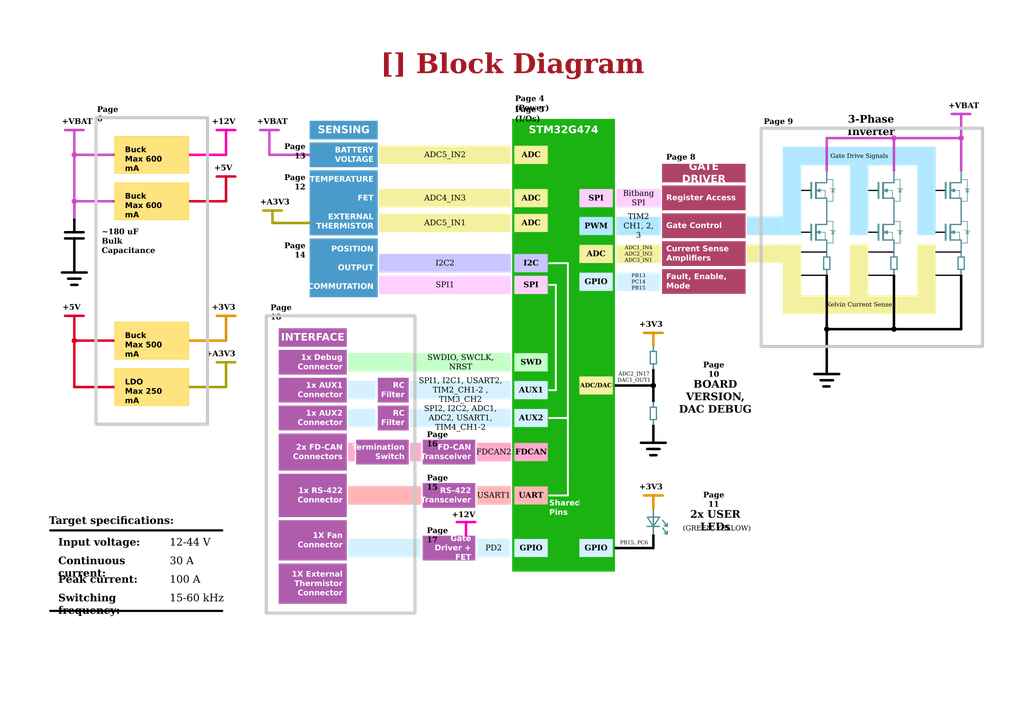
<source format=kicad_sch>
(kicad_sch (version 20230121) (generator eeschema)
  (paper "A3")
  (title_block (title "Block Diagram") (date "2023-12-20") (rev "${REVISION}") (company "${COMPANY}"))
  (lib_symbols)
  (polyline (pts (xy 363.855 77.597) (xy 362.585 78.105)) (stroke (width 0.508) (color 74 138 145 1)))
  (polyline (pts (xy 191.135 214.122) (xy 191.135 219.202)) (stroke (width 1.016) (color 255 0 171 1)))
  (polyline (pts (xy 365.379 110.49) (xy 367.919 110.49)) (stroke (width 0.508) (color 74 138 145 1)))
  (polyline (pts (xy 389.763 98.425) (xy 389.763 92.075)) (stroke (width 0.762) (color 74 138 145 1)))
  (polyline (pts (xy 338.455 95.25) (xy 338.455 98.425)) (stroke (width 0.254) (color 74 138 145 1)))
  (polyline (pts (xy 392.938 105.41) (xy 392.938 110.49)) (stroke (width 0.508) (color 74 138 145 1)))
  (polyline (pts (xy 267.97 224.79) (xy 267.97 219.71)) (stroke (width 1.016) (color 0 0 0 1)))
  (polyline (pts (xy 334.01 153.416) (xy 339.09 153.416)) (stroke (width 1.016) (color 0 0 0 1)))
  (polyline (pts (xy 273.685 219.075) (xy 273.685 217.805)) (stroke (width 0.508) (color 74 138 145 1)))
  (polyline (pts (xy 394.208 90.805) (xy 396.748 90.805)) (stroke (width 0.254) (color 74 138 145 1)))
  (polyline (pts (xy 266.7 149.225) (xy 269.24 149.225)) (stroke (width 0.508) (color 74 138 145 1)))
  (polyline (pts (xy 363.855 77.597) (xy 363.855 78.613)) (stroke (width 0.508) (color 74 138 145 1)))
  (polyline (pts (xy 395.478 105.41) (xy 395.478 110.49)) (stroke (width 0.508) (color 74 138 145 1)))
  (polyline (pts (xy 92.71 72.39) (xy 88.9 72.39)) (stroke (width 1.016) (color 212 0 32 1)))
  (polyline (pts (xy 267.97 164.338) (xy 267.97 158.115)) (stroke (width 1.016) (color 0 0 0 1)))
  (polyline (pts (xy 110.49 53.34) (xy 114.3 53.34)) (stroke (width 1.016) (color 198 71 194 1)))
  (polyline (pts (xy 340.995 94.615) (xy 342.265 94.615)) (stroke (width 0.254) (color 74 138 145 1)))
  (polyline (pts (xy 77.978 63.5) (xy 92.71 63.5)) (stroke (width 1.016) (color 255 0 171 1)))
  (polyline (pts (xy 340.614 77.216) (xy 340.995 77.47)) (stroke (width 0.254) (color 74 138 145 1)))
  (polyline (pts (xy 30.48 139.7) (xy 46.482 139.7)) (stroke (width 1.016) (color 212 0 32 1)))
  (polyline (pts (xy 366.649 98.425) (xy 362.204 98.425)) (stroke (width 0.508) (color 74 138 145 1)))
  (polyline (pts (xy 126.492 91.44) (xy 111.76 91.44)) (stroke (width 1.016) (color 162 155 0 1)))
  (polyline (pts (xy 30.48 111.76) (xy 35.56 111.76)) (stroke (width 1.016) (color 0 0 0 1)))
  (polyline (pts (xy 271.78 216.535) (xy 273.685 219.075)) (stroke (width 0.508) (color 74 138 145 1)))
  (polyline (pts (xy 336.296 94.742) (xy 335.026 95.25)) (stroke (width 0.508) (color 74 138 145 1)))
  (polyline (pts (xy 394.208 113.284) (xy 394.208 135.001)) (stroke (width 1.016) (color 0 0 0 1)))
  (polyline (pts (xy 126.492 63.5) (xy 110.49 63.5)) (stroke (width 1.016) (color 198 71 194 1)))
  (polyline (pts (xy 30.48 158.75) (xy 46.482 158.75)) (stroke (width 1.016) (color 212 0 32 1)))
  (polyline (pts (xy 339.09 155.956) (xy 336.55 155.956)) (stroke (width 1.016) (color 0 0 0 1)))
  (polyline (pts (xy 266.7 172.085) (xy 269.24 172.085)) (stroke (width 0.508) (color 74 138 145 1)))
  (polyline (pts (xy 397.256 78.74) (xy 396.748 77.47)) (stroke (width 0.254) (color 74 138 145 1)))
  (polyline (pts (xy 366.649 102.87) (xy 366.649 105.41)) (stroke (width 0.508) (color 74 138 145 1)))
  (polyline (pts (xy 341.63 155.956) (xy 339.09 155.956)) (stroke (width 1.016) (color 0 0 0 1)))
  (polyline (pts (xy 92.71 53.34) (xy 88.9 53.34)) (stroke (width 1.016) (color 255 0 171 1)))
  (polyline (pts (xy 396.113 77.47) (xy 397.383 77.47)) (stroke (width 0.254) (color 74 138 145 1)))
  (polyline (pts (xy 266.7 144.145) (xy 269.24 144.145)) (stroke (width 0.508) (color 74 138 145 1)))
  (polyline (pts (xy 30.48 97.79) (xy 26.67 97.79)) (stroke (width 1.016) (color 0 0 0 1)))
  (polyline (pts (xy 271.78 203.2) (xy 267.97 203.2)) (stroke (width 1.016) (color 220 142 0 1)))
  (polyline (pts (xy 336.296 77.597) (xy 336.296 78.613)) (stroke (width 0.508) (color 74 138 145 1)))
  (polyline (pts (xy 366.014 95.25) (xy 366.014 98.425)) (stroke (width 0.254) (color 74 138 145 1)))
  (polyline (pts (xy 30.48 53.34) (xy 30.48 63.5)) (stroke (width 1.016) (color 198 71 194 1)))
  (polyline (pts (xy 106.68 53.34) (xy 110.49 53.34)) (stroke (width 1.016) (color 198 71 194 1)))
  (polyline (pts (xy 334.645 98.425) (xy 334.645 92.075)) (stroke (width 0.762) (color 74 138 145 1)))
  (polyline (pts (xy 267.97 184.15) (xy 265.43 184.15)) (stroke (width 1.016) (color 0 0 0 1)))
  (polyline (pts (xy 390.144 95.25) (xy 391.414 95.758)) (stroke (width 0.508) (color 74 138 145 1)))
  (polyline (pts (xy 366.649 87.63) (xy 366.649 92.075)) (stroke (width 0.508) (color 74 138 145 1)))
  (polyline (pts (xy 341.63 90.805) (xy 341.63 99.695)) (stroke (width 0.254) (color 74 138 145 1)))
  (polyline (pts (xy 252.73 224.79) (xy 267.97 224.79)) (stroke (width 1.016) (color 0 0 0 1)))
  (polyline (pts (xy 369.697 78.74) (xy 369.189 77.47)) (stroke (width 0.254) (color 74 138 145 1)))
  (polyline (pts (xy 396.748 73.66) (xy 396.748 82.55)) (stroke (width 0.254) (color 74 138 145 1)))
  (polyline (pts (xy 338.455 78.105) (xy 334.645 78.105)) (stroke (width 0.254) (color 74 138 145 1)))
  (polyline (pts (xy 92.71 148.59) (xy 92.71 158.75)) (stroke (width 1.016) (color 162 155 0 1)))
  (polyline (pts (xy 269.24 144.145) (xy 269.24 149.225)) (stroke (width 0.508) (color 74 138 145 1)))
  (polyline (pts (xy 366.649 56.642) (xy 394.208 56.642)) (stroke (width 1.016) (color 198 71 194 1)))
  (polyline (pts (xy 395.732 94.361) (xy 396.113 94.615)) (stroke (width 0.254) (color 74 138 145 1)))
  (polyline (pts (xy 340.233 158.496) (xy 338.963 158.496)) (stroke (width 1.016) (color 0 0 0 1)))
  (polyline (pts (xy 96.52 148.59) (xy 92.71 148.59)) (stroke (width 1.016) (color 162 155 0 1)))
  (polyline (pts (xy 266.7 167.005) (xy 266.7 172.085)) (stroke (width 0.508) (color 74 138 145 1)))
  (polyline (pts (xy 393.573 78.105) (xy 389.763 78.105)) (stroke (width 0.254) (color 74 138 145 1)))
  (polyline (pts (xy 339.09 73.66) (xy 341.63 73.66)) (stroke (width 0.254) (color 74 138 145 1)))
  (polyline (pts (xy 342.138 95.885) (xy 341.122 95.885)) (stroke (width 0.254) (color 74 138 145 1)))
  (polyline (pts (xy 270.51 184.15) (xy 267.97 184.15)) (stroke (width 1.016) (color 0 0 0 1)))
  (polyline (pts (xy 368.554 94.615) (xy 369.824 94.615)) (stroke (width 0.254) (color 74 138 145 1)))
  (polyline (pts (xy 365.379 105.41) (xy 367.919 105.41)) (stroke (width 0.508) (color 74 138 145 1)))
  (polyline (pts (xy 339.09 81.28) (xy 339.09 85.725)) (stroke (width 0.508) (color 74 138 145 1)))
  (polyline (pts (xy 92.71 72.39) (xy 92.71 82.55)) (stroke (width 1.016) (color 212 0 32 1)))
  (polyline (pts (xy 262.89 181.61) (xy 267.97 181.61)) (stroke (width 1.016) (color 0 0 0 1)))
  (polyline (pts (xy 267.97 136.525) (xy 264.16 136.525)) (stroke (width 1.016) (color 220 142 0 1)))
  (polyline (pts (xy 363.855 94.742) (xy 362.585 95.25)) (stroke (width 0.508) (color 74 138 145 1)))
  (polyline (pts (xy 369.189 94.615) (xy 368.681 95.885)) (stroke (width 0.254) (color 74 138 145 1)))
  (polyline (pts (xy 111.76 86.36) (xy 115.57 86.36)) (stroke (width 1.016) (color 162 155 0 1)))
  (polyline (pts (xy 266.7 167.005) (xy 269.24 167.005)) (stroke (width 0.508) (color 74 138 145 1)))
  (polyline (pts (xy 368.173 94.361) (xy 368.554 94.615)) (stroke (width 0.254) (color 74 138 145 1)))
  (polyline (pts (xy 394.208 102.87) (xy 394.208 105.41)) (stroke (width 0.508) (color 74 138 145 1)))
  (polyline (pts (xy 397.256 95.885) (xy 396.24 95.885)) (stroke (width 0.254) (color 74 138 145 1)))
  (polyline (pts (xy 365.379 105.41) (xy 365.379 110.49)) (stroke (width 0.508) (color 74 138 145 1)))
  (polyline (pts (xy 396.113 94.615) (xy 397.383 94.615)) (stroke (width 0.254) (color 74 138 145 1)))
  (polyline (pts (xy 366.649 113.284) (xy 366.649 134.874)) (stroke (width 1.016) (color 0 0 0 1)))
  (polyline (pts (xy 31.75 116.84) (xy 30.48 116.84)) (stroke (width 1.016) (color 0 0 0 1)))
  (polyline (pts (xy 393.573 95.25) (xy 389.763 95.25)) (stroke (width 0.254) (color 74 138 145 1)))
  (polyline (pts (xy 336.296 77.597) (xy 335.026 78.105)) (stroke (width 0.508) (color 74 138 145 1)))
  (polyline (pts (xy 366.649 81.28) (xy 366.649 85.725)) (stroke (width 0.508) (color 74 138 145 1)))
  (polyline (pts (xy 265.43 215.9) (xy 270.51 215.9)) (stroke (width 0.508) (color 74 138 145 1)))
  (polyline (pts (xy 366.649 81.28) (xy 362.204 81.28)) (stroke (width 0.508) (color 74 138 145 1)))
  (polyline (pts (xy 370.205 77.724) (xy 369.824 77.47)) (stroke (width 0.254) (color 74 138 145 1)))
  (polyline (pts (xy 366.649 82.55) (xy 369.189 82.55)) (stroke (width 0.254) (color 74 138 145 1)))
  (polyline (pts (xy 396.748 90.805) (xy 396.748 99.695)) (stroke (width 0.254) (color 74 138 145 1)))
  (polyline (pts (xy 339.09 102.87) (xy 339.09 105.41)) (stroke (width 0.508) (color 74 138 145 1)))
  (polyline (pts (xy 267.97 180.975) (xy 267.97 174.752)) (stroke (width 1.016) (color 0 0 0 1)))
  (polyline (pts (xy 273.685 219.075) (xy 272.415 218.694)) (stroke (width 0.508) (color 74 138 145 1)))
  (polyline (pts (xy 396.748 77.47) (xy 396.24 78.74)) (stroke (width 0.254) (color 74 138 145 1)))
  (polyline (pts (xy 30.48 72.39) (xy 30.48 82.55)) (stroke (width 1.016) (color 198 71 194 1)))
  (polyline (pts (xy 342.138 95.885) (xy 341.63 94.615)) (stroke (width 0.254) (color 74 138 145 1)))
  (polyline (pts (xy 96.52 53.34) (xy 92.71 53.34)) (stroke (width 1.016) (color 255 0 171 1)))
  (polyline (pts (xy 392.938 110.49) (xy 395.478 110.49)) (stroke (width 0.508) (color 74 138 145 1)))
  (polyline (pts (xy 25.4 111.76) (xy 30.48 111.76)) (stroke (width 1.016) (color 0 0 0 1)))
  (polyline (pts (xy 34.29 129.54) (xy 30.48 129.54)) (stroke (width 1.016) (color 212 0 32 1)))
  (polyline (pts (xy 271.78 136.525) (xy 267.97 136.525)) (stroke (width 1.016) (color 220 142 0 1)))
  (polyline (pts (xy 30.48 63.5) (xy 30.48 72.39)) (stroke (width 1.016) (color 198 71 194 1)))
  (polyline (pts (xy 334.645 81.28) (xy 334.645 74.93)) (stroke (width 0.762) (color 74 138 145 1)))
  (polyline (pts (xy 92.71 129.54) (xy 88.9 129.54)) (stroke (width 1.016) (color 220 142 0 1)))
  (polyline (pts (xy 194.945 214.122) (xy 191.135 214.122)) (stroke (width 1.016) (color 255 0 171 1)))
  (polyline (pts (xy 46.482 82.55) (xy 30.48 82.55)) (stroke (width 1.016) (color 198 71 194 1)))
  (polyline (pts (xy 389.763 81.28) (xy 389.763 74.93)) (stroke (width 0.762) (color 74 138 145 1)))
  (polyline (pts (xy 366.014 78.105) (xy 366.014 81.28)) (stroke (width 0.254) (color 74 138 145 1)))
  (polyline (pts (xy 366.649 90.805) (xy 369.189 90.805)) (stroke (width 0.254) (color 74 138 145 1)))
  (polyline (pts (xy 397.764 94.869) (xy 397.383 94.615)) (stroke (width 0.254) (color 74 138 145 1)))
  (polyline (pts (xy 267.97 203.2) (xy 264.16 203.2)) (stroke (width 1.016) (color 220 142 0 1)))
  (polyline (pts (xy 394.208 98.425) (xy 389.763 98.425)) (stroke (width 0.508) (color 74 138 145 1)))
  (polyline (pts (xy 267.97 141.478) (xy 267.97 136.525)) (stroke (width 1.016) (color 220 142 0 1)))
  (polyline (pts (xy 394.208 82.55) (xy 396.748 82.55)) (stroke (width 0.254) (color 74 138 145 1)))
  (polyline (pts (xy 395.732 77.216) (xy 396.113 77.47)) (stroke (width 0.254) (color 74 138 145 1)))
  (polyline (pts (xy 394.208 98.425) (xy 394.208 102.87)) (stroke (width 0.508) (color 74 138 145 1)))
  (polyline (pts (xy 340.36 105.41) (xy 340.36 110.49)) (stroke (width 0.508) (color 74 138 145 1)))
  (polyline (pts (xy 339.09 98.425) (xy 339.09 102.87)) (stroke (width 0.508) (color 74 138 145 1)))
  (polyline (pts (xy 391.414 94.742) (xy 391.414 95.758)) (stroke (width 0.508) (color 74 138 145 1)))
  (polyline (pts (xy 232.918 194.31) (xy 232.918 203.2)) (stroke (width 0.762) (color 255 255 255 1)))
  (polyline (pts (xy 394.208 99.695) (xy 396.748 99.695)) (stroke (width 0.254) (color 74 138 145 1)))
  (polyline (pts (xy 332.74 81.28) (xy 332.74 74.93)) (stroke (width 0.762) (color 74 138 145 1)))
  (polyline (pts (xy 368.173 77.216) (xy 368.554 77.47)) (stroke (width 0.254) (color 74 138 145 1)))
  (polyline (pts (xy 232.918 171.45) (xy 232.918 116.84)) (stroke (width 0.762) (color 255 255 255 1)))
  (polyline (pts (xy 341.63 77.47) (xy 341.122 78.74)) (stroke (width 0.254) (color 74 138 145 1)))
  (polyline (pts (xy 269.24 186.69) (xy 267.97 186.69)) (stroke (width 1.016) (color 0 0 0 1)))
  (polyline (pts (xy 337.82 110.49) (xy 340.36 110.49)) (stroke (width 0.508) (color 74 138 145 1)))
  (polyline (pts (xy 338.455 95.25) (xy 334.645 95.25)) (stroke (width 0.254) (color 74 138 145 1)))
  (polyline (pts (xy 397.256 78.74) (xy 396.24 78.74)) (stroke (width 0.254) (color 74 138 145 1)))
  (polyline (pts (xy 342.646 94.869) (xy 342.265 94.615)) (stroke (width 0.254) (color 74 138 145 1)))
  (polyline (pts (xy 92.71 148.59) (xy 88.9 148.59)) (stroke (width 1.016) (color 162 155 0 1)))
  (polyline (pts (xy 339.09 85.725) (xy 339.09 87.63)) (stroke (width 0.508) (color 74 138 145 1)))
  (polyline (pts (xy 342.646 77.724) (xy 342.265 77.47)) (stroke (width 0.254) (color 74 138 145 1)))
  (polyline (pts (xy 362.585 78.105) (xy 363.855 78.613)) (stroke (width 0.508) (color 74 138 145 1)))
  (polyline (pts (xy 387.858 98.425) (xy 387.858 92.075)) (stroke (width 0.762) (color 74 138 145 1)))
  (polyline (pts (xy 46.482 63.5) (xy 30.48 63.5)) (stroke (width 1.016) (color 198 71 194 1)))
  (polyline (pts (xy 342.138 78.74) (xy 341.122 78.74)) (stroke (width 0.254) (color 74 138 145 1)))
  (polyline (pts (xy 339.09 153.416) (xy 344.17 153.416)) (stroke (width 1.016) (color 0 0 0 1)))
  (polyline (pts (xy 96.52 129.54) (xy 92.71 129.54)) (stroke (width 1.016) (color 220 142 0 1)))
  (polyline (pts (xy 394.208 92.075) (xy 389.763 92.075)) (stroke (width 0.508) (color 74 138 145 1)))
  (polyline (pts (xy 396.748 94.615) (xy 396.24 95.885)) (stroke (width 0.254) (color 74 138 145 1)))
  (polyline (pts (xy 394.208 85.725) (xy 394.208 87.63)) (stroke (width 0.508) (color 74 138 145 1)))
  (polyline (pts (xy 391.414 94.742) (xy 390.144 95.25)) (stroke (width 0.508) (color 74 138 145 1)))
  (polyline (pts (xy 397.764 77.724) (xy 397.383 77.47)) (stroke (width 0.254) (color 74 138 145 1)))
  (polyline (pts (xy 92.71 129.54) (xy 92.71 139.7)) (stroke (width 1.016) (color 220 142 0 1)))
  (polyline (pts (xy 232.918 194.31) (xy 232.918 171.45)) (stroke (width 0.762) (color 255 255 255 1)))
  (polyline (pts (xy 26.67 53.34) (xy 30.48 53.34)) (stroke (width 1.016) (color 198 71 194 1)))
  (polyline (pts (xy 394.208 57.023) (xy 394.208 69.723)) (stroke (width 1.016) (color 198 71 194 1)))
  (polyline (pts (xy 339.09 56.642) (xy 339.09 69.723)) (stroke (width 1.016) (color 198 71 194 1)))
  (polyline (pts (xy 252.73 158.115) (xy 267.97 158.115)) (stroke (width 1.016) (color 0 0 0 1)))
  (polyline (pts (xy 369.697 95.885) (xy 369.189 94.615)) (stroke (width 0.254) (color 74 138 145 1)))
  (polyline (pts (xy 225.044 160.02) (xy 227.965 160.02)) (stroke (width 0.762) (color 255 255 255 1)))
  (polyline (pts (xy 225.044 107.95) (xy 232.918 107.95)) (stroke (width 0.762) (color 255 255 255 1)))
  (polyline (pts (xy 340.614 94.361) (xy 340.995 94.615)) (stroke (width 0.254) (color 74 138 145 1)))
  (polyline (pts (xy 267.97 215.9) (xy 270.51 212.09)) (stroke (width 0.508) (color 74 138 145 1)))
  (polyline (pts (xy 339.09 99.695) (xy 341.63 99.695)) (stroke (width 0.254) (color 74 138 145 1)))
  (polyline (pts (xy 339.09 113.284) (xy 339.09 135.001)) (stroke (width 1.016) (color 0 0 0 1)))
  (polyline (pts (xy 394.208 46.736) (xy 398.018 46.736)) (stroke (width 1.016) (color 198 71 194 1)))
  (polyline (pts (xy 225.044 116.84) (xy 227.965 116.84)) (stroke (width 0.762) (color 255 255 255 1)))
  (polyline (pts (xy 339.09 74.93) (xy 334.645 74.93)) (stroke (width 0.508) (color 74 138 145 1)))
  (polyline (pts (xy 30.48 53.34) (xy 34.29 53.34)) (stroke (width 1.016) (color 198 71 194 1)))
  (polyline (pts (xy 30.48 97.79) (xy 30.48 111.76)) (stroke (width 1.016) (color 0 0 0 1)))
  (polyline (pts (xy 338.455 78.105) (xy 338.455 81.28)) (stroke (width 0.254) (color 74 138 145 1)))
  (polyline (pts (xy 30.48 95.25) (xy 26.67 95.25)) (stroke (width 1.016) (color 0 0 0 1)))
  (polyline (pts (xy 332.74 98.425) (xy 332.74 92.075)) (stroke (width 0.762) (color 74 138 145 1)))
  (polyline (pts (xy 30.48 139.7) (xy 30.48 158.75)) (stroke (width 1.016) (color 212 0 32 1)))
  (polyline (pts (xy 338.963 158.496) (xy 337.693 158.496)) (stroke (width 1.016) (color 0 0 0 1)))
  (polyline (pts (xy 368.554 77.47) (xy 369.824 77.47)) (stroke (width 0.254) (color 74 138 145 1)))
  (polyline (pts (xy 363.855 94.742) (xy 363.855 95.758)) (stroke (width 0.508) (color 74 138 145 1)))
  (polyline (pts (xy 394.208 73.66) (xy 396.748 73.66)) (stroke (width 0.254) (color 74 138 145 1)))
  (polyline (pts (xy 267.97 208.28) (xy 267.97 203.2)) (stroke (width 1.016) (color 220 142 0 1)))
  (polyline (pts (xy 362.585 95.25) (xy 363.855 95.758)) (stroke (width 0.508) (color 74 138 145 1)))
  (polyline (pts (xy 265.43 212.09) (xy 270.51 212.09)) (stroke (width 0.508) (color 74 138 145 1)))
  (polyline (pts (xy 110.49 53.34) (xy 110.49 63.5)) (stroke (width 1.016) (color 198 71 194 1)))
  (polyline (pts (xy 391.414 77.597) (xy 391.414 78.613)) (stroke (width 0.508) (color 74 138 145 1)))
  (polyline (pts (xy 30.48 116.84) (xy 29.21 116.84)) (stroke (width 1.016) (color 0 0 0 1)))
  (polyline (pts (xy 394.208 81.28) (xy 389.763 81.28)) (stroke (width 0.508) (color 74 138 145 1)))
  (polyline (pts (xy 34.29 95.25) (xy 30.48 95.25)) (stroke (width 1.016) (color 0 0 0 1)))
  (polyline (pts (xy 92.71 53.34) (xy 92.71 63.5)) (stroke (width 1.016) (color 255 0 171 1)))
  (polyline (pts (xy 387.858 81.28) (xy 387.858 74.93)) (stroke (width 0.762) (color 74 138 145 1)))
  (polyline (pts (xy 339.09 70.485) (xy 339.09 74.93)) (stroke (width 0.508) (color 74 138 145 1)))
  (polyline (pts (xy 342.138 78.74) (xy 341.63 77.47)) (stroke (width 0.254) (color 74 138 145 1)))
  (polyline (pts (xy 34.29 97.79) (xy 30.48 97.79)) (stroke (width 1.016) (color 0 0 0 1)))
  (polyline (pts (xy 96.52 72.39) (xy 92.71 72.39)) (stroke (width 1.016) (color 212 0 32 1)))
  (polyline (pts (xy 339.09 135.001) (xy 394.208 135.001)) (stroke (width 1.016) (color 0 0 0 1)))
  (polyline (pts (xy 366.649 56.642) (xy 366.649 69.723)) (stroke (width 1.016) (color 198 71 194 1)))
  (polyline (pts (xy 30.48 129.54) (xy 30.48 139.7)) (stroke (width 1.016) (color 212 0 32 1)))
  (polyline (pts (xy 394.208 70.485) (xy 394.208 74.93)) (stroke (width 0.508) (color 74 138 145 1)))
  (polyline (pts (xy 366.649 92.075) (xy 362.204 92.075)) (stroke (width 0.508) (color 74 138 145 1)))
  (polyline (pts (xy 191.135 214.122) (xy 187.325 214.122)) (stroke (width 1.016) (color 255 0 171 1)))
  (polyline (pts (xy 391.414 77.597) (xy 390.144 78.105)) (stroke (width 0.508) (color 74 138 145 1)))
  (polyline (pts (xy 367.919 105.41) (xy 367.919 110.49)) (stroke (width 0.508) (color 74 138 145 1)))
  (polyline (pts (xy 366.014 95.25) (xy 362.204 95.25)) (stroke (width 0.254) (color 74 138 145 1)))
  (polyline (pts (xy 273.685 215.9) (xy 272.415 215.519)) (stroke (width 0.508) (color 74 138 145 1)))
  (polyline (pts (xy 339.09 56.642) (xy 366.649 56.642)) (stroke (width 1.016) (color 198 71 194 1)))
  (polyline (pts (xy 370.205 94.869) (xy 369.824 94.615)) (stroke (width 0.254) (color 74 138 145 1)))
  (polyline (pts (xy 77.978 158.75) (xy 92.71 158.75)) (stroke (width 1.016) (color 162 155 0 1)))
  (polyline (pts (xy 227.965 160.02) (xy 227.965 125.73)) (stroke (width 0.762) (color 255 255 255 1)))
  (polyline (pts (xy 339.09 82.55) (xy 341.63 82.55)) (stroke (width 0.254) (color 74 138 145 1)))
  (polyline (pts (xy 362.204 98.425) (xy 362.204 92.075)) (stroke (width 0.762) (color 74 138 145 1)))
  (polyline (pts (xy 273.685 215.9) (xy 273.685 214.63)) (stroke (width 0.508) (color 74 138 145 1)))
  (polyline (pts (xy 78.105 139.7) (xy 92.71 139.7)) (stroke (width 1.016) (color 220 142 0 1)))
  (polyline (pts (xy 369.189 73.66) (xy 369.189 82.55)) (stroke (width 0.254) (color 74 138 145 1)))
  (polyline (pts (xy 266.7 144.145) (xy 266.7 149.225)) (stroke (width 0.508) (color 74 138 145 1)))
  (polyline (pts (xy 267.97 181.61) (xy 273.05 181.61)) (stroke (width 1.016) (color 0 0 0 1)))
  (polyline (pts (xy 360.299 81.28) (xy 360.299 74.93)) (stroke (width 0.762) (color 74 138 145 1)))
  (polyline (pts (xy 362.204 81.28) (xy 362.204 74.93)) (stroke (width 0.762) (color 74 138 145 1)))
  (polyline (pts (xy 366.649 73.66) (xy 369.189 73.66)) (stroke (width 0.254) (color 74 138 145 1)))
  (polyline (pts (xy 360.299 98.425) (xy 360.299 92.075)) (stroke (width 0.762) (color 74 138 145 1)))
  (polyline (pts (xy 30.48 129.54) (xy 26.67 129.54)) (stroke (width 1.016) (color 212 0 32 1)))
  (polyline (pts (xy 339.09 81.28) (xy 334.645 81.28)) (stroke (width 0.508) (color 74 138 145 1)))
  (polyline (pts (xy 30.48 90.17) (xy 30.48 95.25)) (stroke (width 1.016) (color 0 0 0 1)))
  (polyline (pts (xy 339.09 90.805) (xy 341.63 90.805)) (stroke (width 0.254) (color 74 138 145 1)))
  (polyline (pts (xy 390.144 78.105) (xy 391.414 78.613)) (stroke (width 0.508) (color 74 138 145 1)))
  (polyline (pts (xy 111.76 86.36) (xy 111.76 91.44)) (stroke (width 1.016) (color 162 155 0 1)))
  (polyline (pts (xy 267.97 186.69) (xy 266.7 186.69)) (stroke (width 1.016) (color 0 0 0 1)))
  (polyline (pts (xy 271.78 213.36) (xy 273.685 215.9)) (stroke (width 0.508) (color 74 138 145 1)))
  (polyline (pts (xy 369.697 95.885) (xy 368.681 95.885)) (stroke (width 0.254) (color 74 138 145 1)))
  (polyline (pts (xy 366.649 98.425) (xy 366.649 102.87)) (stroke (width 0.508) (color 74 138 145 1)))
  (polyline (pts (xy 227.965 116.84) (xy 227.965 125.73)) (stroke (width 0.762) (color 255 255 255 1)))
  (polyline (pts (xy 225.044 171.45) (xy 232.918 171.45)) (stroke (width 0.762) (color 255 255 255 1)))
  (polyline (pts (xy 369.189 90.805) (xy 369.189 99.695)) (stroke (width 0.254) (color 74 138 145 1)))
  (polyline (pts (xy 335.026 95.25) (xy 336.296 95.758)) (stroke (width 0.508) (color 74 138 145 1)))
  (polyline (pts (xy 393.573 78.105) (xy 393.573 81.28)) (stroke (width 0.254) (color 74 138 145 1)))
  (polyline (pts (xy 339.09 152.781) (xy 339.09 133.985)) (stroke (width 1.016) (color 0 0 0 1)))
  (polyline (pts (xy 267.97 158.115) (xy 267.97 151.892)) (stroke (width 1.016) (color 0 0 0 1)))
  (polyline (pts (xy 366.014 78.105) (xy 362.204 78.105)) (stroke (width 0.254) (color 74 138 145 1)))
  (polyline (pts (xy 394.208 46.736) (xy 394.208 56.896)) (stroke (width 1.016) (color 198 71 194 1)))
  (polyline (pts (xy 366.649 74.93) (xy 362.204 74.93)) (stroke (width 0.508) (color 74 138 145 1)))
  (polyline (pts (xy 335.026 78.105) (xy 336.296 78.613)) (stroke (width 0.508) (color 74 138 145 1)))
  (polyline (pts (xy 366.649 99.695) (xy 369.189 99.695)) (stroke (width 0.254) (color 74 138 145 1)))
  (polyline (pts (xy 33.02 114.3) (xy 30.48 114.3)) (stroke (width 1.016) (color 0 0 0 1)))
  (polyline (pts (xy 397.256 95.885) (xy 396.748 94.615)) (stroke (width 0.254) (color 74 138 145 1)))
  (polyline (pts (xy 77.978 82.55) (xy 92.71 82.55)) (stroke (width 1.016) (color 212 0 32 1)))
  (polyline (pts (xy 336.296 94.742) (xy 336.296 95.758)) (stroke (width 0.508) (color 74 138 145 1)))
  (polyline (pts (xy 337.82 105.41) (xy 337.82 110.49)) (stroke (width 0.508) (color 74 138 145 1)))
  (polyline (pts (xy 339.09 98.425) (xy 334.645 98.425)) (stroke (width 0.508) (color 74 138 145 1)))
  (polyline (pts (xy 225.044 203.2) (xy 232.918 203.2)) (stroke (width 0.762) (color 255 255 255 1)))
  (polyline (pts (xy 30.48 114.3) (xy 27.94 114.3)) (stroke (width 1.016) (color 0 0 0 1)))
  (polyline (pts (xy 339.09 87.63) (xy 339.09 92.075)) (stroke (width 0.508) (color 74 138 145 1)))
  (polyline (pts (xy 340.995 77.47) (xy 342.265 77.47)) (stroke (width 0.254) (color 74 138 145 1)))
  (polyline (pts (xy 369.189 77.47) (xy 368.681 78.74)) (stroke (width 0.254) (color 74 138 145 1)))
  (polyline (pts (xy 232.918 107.95) (xy 232.918 116.84)) (stroke (width 0.762) (color 255 255 255 1)))
  (polyline (pts (xy 269.24 167.005) (xy 269.24 172.085)) (stroke (width 0.508) (color 74 138 145 1)))
  (polyline (pts (xy 366.649 70.485) (xy 366.649 74.93)) (stroke (width 0.508) (color 74 138 145 1)))
  (polyline (pts (xy 390.398 46.736) (xy 394.208 46.736)) (stroke (width 1.016) (color 198 71 194 1)))
  (polyline (pts (xy 394.208 87.63) (xy 394.208 92.075)) (stroke (width 0.508) (color 74 138 145 1)))
  (polyline (pts (xy 366.649 85.725) (xy 366.649 87.63)) (stroke (width 0.508) (color 74 138 145 1)))
  (polyline (pts (xy 341.63 73.66) (xy 341.63 82.55)) (stroke (width 0.254) (color 74 138 145 1)))
  (polyline (pts (xy 394.208 81.28) (xy 394.208 85.725)) (stroke (width 0.508) (color 74 138 145 1)))
  (polyline (pts (xy 339.09 92.075) (xy 334.645 92.075)) (stroke (width 0.508) (color 74 138 145 1)))
  (polyline (pts (xy 392.938 105.41) (xy 395.478 105.41)) (stroke (width 0.508) (color 74 138 145 1)))
  (polyline (pts (xy 337.82 105.41) (xy 340.36 105.41)) (stroke (width 0.508) (color 74 138 145 1)))
  (polyline (pts (xy 107.95 86.36) (xy 111.76 86.36)) (stroke (width 1.016) (color 162 155 0 1)))
  (polyline (pts (xy 369.697 78.74) (xy 368.681 78.74)) (stroke (width 0.254) (color 74 138 145 1)))
  (polyline (pts (xy 267.97 215.9) (xy 265.43 212.09)) (stroke (width 0.508) (color 74 138 145 1)))
  (polyline (pts (xy 394.208 74.93) (xy 389.763 74.93)) (stroke (width 0.508) (color 74 138 145 1)))
  (polyline (pts (xy 341.63 94.615) (xy 341.122 95.885)) (stroke (width 0.254) (color 74 138 145 1)))
  (polyline (pts (xy 393.573 95.25) (xy 393.573 98.425)) (stroke (width 0.254) (color 74 138 145 1)))
  (rectangle (start 77.597 82.169) (end 78.232 82.931) (stroke (width 0.25) (color 212 0 32 1)) (fill (type color) (color 212 0 32 1)))
  (rectangle (start 210.82 120.65) (end 224.79 144.78) (stroke (width 0) (color 26 179 18 1)) (fill (type color) (color 26 179 18 1)))
  (rectangle (start 328.676 112.776) (end 338.836 113.03) (stroke (width 0.25) (color 0 0 0 1)) (fill (type color) (color 0 0 0 1)))
  (rectangle (start 356.235 77.978) (end 359.918 78.232) (stroke (width 0.25) (color 0 0 0 1)) (fill (type color) (color 0 0 0 1)))
  (circle (center 366.649 135.001) (radius 1.016) (stroke (width 0) (color 0 0 0 1)) (fill (type color) (color 0 0 0 1)))
  (rectangle (start 393.827 69.469) (end 394.589 70.104) (stroke (width 0.25) (color 198 71 194 1)) (fill (type color) (color 198 71 194 1)))
  (rectangle (start 366.268 69.469) (end 367.03 70.104) (stroke (width 0.25) (color 198 71 194 1)) (fill (type color) (color 198 71 194 1)))
  (rectangle (start 46.228 82.169) (end 46.863 82.931) (stroke (width 0.25) (color 200 50 50 1)) (fill (type color) (color 200 50 50 1)))
  (rectangle (start 328.676 95.123) (end 332.359 95.377) (stroke (width 0.25) (color 0 0 0 1)) (fill (type color) (color 0 0 0 1)))
  (rectangle (start 237.49 96.52) (end 251.46 100.33) (stroke (width 0) (color 26 179 18 1)) (fill (type color) (color 26 179 18 1)))
  (rectangle (start 267.589 208.026) (end 268.351 208.661) (stroke (width 0.25) (color 220 142 0 1)) (fill (type color) (color 220 142 0 1)))
  (rectangle (start 338.709 112.776) (end 339.471 113.411) (stroke (width 0.25) (color 0 0 0 1)) (fill (type color) (color 0 0 0 1)))
  (rectangle (start 267.589 174.371) (end 268.351 175.006) (stroke (width 0.25) (color 0 0 0 1)) (fill (type color) (color 0 0 0 1)))
  (circle (center 366.649 56.642) (radius 1.016) (stroke (width 0) (color 198 71 194 1)) (fill (type color) (color 198 71 194 1)))
  (rectangle (start 267.589 141.224) (end 268.351 141.859) (stroke (width 0.25) (color 220 142 0 1)) (fill (type color) (color 220 142 0 1)))
  (rectangle (start 46.99 55.88) (end 77.47 71.12) (stroke (width 0) (color 255 200 0 0.5019607843)) (fill (type color) (color 255 200 0 0.5019607843)))
  (rectangle (start 46.228 139.319) (end 46.863 140.081) (stroke (width 0.25) (color 212 0 32 1)) (fill (type color) (color 212 0 32 1)))
  (rectangle (start 46.228 63.119) (end 46.863 63.881) (stroke (width 0.25) (color 200 50 50 1)) (fill (type color) (color 200 50 50 1)))
  (rectangle (start 46.228 158.369) (end 46.863 159.131) (stroke (width 0.25) (color 212 0 32 1)) (fill (type color) (color 212 0 32 1)))
  (rectangle (start 210.82 95.25) (end 224.79 104.14) (stroke (width 0) (color 26 179 18 1)) (fill (type color) (color 26 179 18 1)))
  (rectangle (start 237.49 119.38) (end 251.46 154.305) (stroke (width 0) (color 26 179 18 1)) (fill (type color) (color 26 179 18 1)))
  (rectangle (start 210.82 111.76) (end 224.79 113.03) (stroke (width 0) (color 26 179 18 1)) (fill (type color) (color 26 179 18 1)))
  (rectangle (start 393.827 112.776) (end 394.589 113.411) (stroke (width 0.25) (color 0 0 0 1)) (fill (type color) (color 0 0 0 1)))
  (rectangle (start 237.49 161.925) (end 251.46 220.98) (stroke (width 0) (color 26 179 18 1)) (fill (type color) (color 26 179 18 1)))
  (rectangle (start 267.716 208.788) (end 268.224 219.202) (stroke (width 0.001) (color 74 138 145 1)) (fill (type color) (color 74 138 145 1)))
  (circle (center 30.48 139.7) (radius 1.016) (stroke (width 0) (color 212 0 32 1)) (fill (type color) (color 212 0 32 1)))
  (rectangle (start 267.589 219.329) (end 268.351 219.964) (stroke (width 0.25) (color 0 0 0 1)) (fill (type color) (color 0 0 0 1)))
  (rectangle (start 338.836 110.744) (end 339.344 112.649) (stroke (width 0.001) (color 74 138 145 1)) (fill (type color) (color 74 138 145 1)))
  (rectangle (start 383.794 103.251) (end 393.954 103.505) (stroke (width 0.25) (color 0 0 0 1)) (fill (type color) (color 0 0 0 1)))
  (rectangle (start 210.185 48.895) (end 252.095 50.8) (stroke (width 0.254) (color 26 179 18 1)) (fill (type color) (color 26 179 18 1)))
  (rectangle (start 46.99 151.13) (end 77.47 166.37) (stroke (width 0) (color 255 200 0 0.5019607843)) (fill (type color) (color 255 200 0 0.5019607843)))
  (circle (center 30.48 82.55) (radius 1.016) (stroke (width 0) (color 198 71 194 1)) (fill (type color) (color 198 71 194 1)))
  (circle (center 267.97 158.115) (radius 1.016) (stroke (width 0) (color 0 0 0 1)) (fill (type color) (color 0 0 0 1)))
  (rectangle (start 393.954 110.744) (end 394.462 112.649) (stroke (width 0.001) (color 74 138 145 1)) (fill (type color) (color 74 138 145 1)))
  (rectangle (start 383.794 95.123) (end 387.477 95.377) (stroke (width 0.25) (color 0 0 0 1)) (fill (type color) (color 0 0 0 1)))
  (rectangle (start 267.716 141.986) (end 268.224 143.891) (stroke (width 0.001) (color 74 138 145 1)) (fill (type color) (color 74 138 145 1)))
  (rectangle (start 126.365 63.119) (end 127 63.881) (stroke (width 0.25) (color 198 71 194 1)) (fill (type color) (color 198 71 194 1)))
  (rectangle (start 356.235 112.776) (end 366.395 113.03) (stroke (width 0.25) (color 0 0 0 1)) (fill (type color) (color 0 0 0 1)))
  (rectangle (start 210.82 152.4) (end 224.79 156.21) (stroke (width 0) (color 26 179 18 1)) (fill (type color) (color 26 179 18 1)))
  (rectangle (start 366.268 112.776) (end 367.03 113.411) (stroke (width 0.25) (color 0 0 0 1)) (fill (type color) (color 0 0 0 1)))
  (rectangle (start 210.82 85.09) (end 224.79 87.63) (stroke (width 0) (color 26 179 18 1)) (fill (type color) (color 26 179 18 1)))
  (rectangle (start 312.166 52.578) (end 402.971 142.113) (stroke (width 1.27) (color 200 200 200 1)))
  (rectangle (start 251.46 48.895) (end 252.095 234.315) (stroke (width 0.254) (color 26 179 18 1)) (fill (type color) (color 26 179 18 1)))
  (rectangle (start 46.99 132.08) (end 77.47 147.32) (stroke (width 0) (color 255 200 0 0.5019607843)) (fill (type color) (color 255 200 0 0.5019607843)))
  (rectangle (start 20.32 250.19) (end 91.44 250.952) (stroke (width 0) (color 0 0 0 1)) (fill (type color) (color 0 0 0 1)))
  (rectangle (start 383.794 77.978) (end 387.477 78.232) (stroke (width 0.25) (color 0 0 0 1)) (fill (type color) (color 0 0 0 1)))
  (rectangle (start 356.235 103.251) (end 366.395 103.505) (stroke (width 0.25) (color 0 0 0 1)) (fill (type color) (color 0 0 0 1)))
  (rectangle (start 210.82 207.01) (end 224.79 220.98) (stroke (width 0) (color 26 179 18 1)) (fill (type color) (color 26 179 18 1)))
  (rectangle (start 46.99 74.93) (end 77.47 90.17) (stroke (width 0) (color 255 200 0 0.5019607843)) (fill (type color) (color 255 200 0 0.5019607843)))
  (rectangle (start 210.82 57.15) (end 252.095 59.69) (stroke (width 0) (color 26 179 18 1)) (fill (type color) (color 26 179 18 1)))
  (rectangle (start 328.676 103.251) (end 338.836 103.505) (stroke (width 0.25) (color 0 0 0 1)) (fill (type color) (color 0 0 0 1)))
  (rectangle (start 394.081 70.231) (end 394.335 70.612) (stroke (width 0.25) (color 74 138 145 1)) (fill (type color) (color 74 138 145 1)))
  (rectangle (start 190.754 219.075) (end 191.516 219.71) (stroke (width 0.25) (color 255 0 171 1)) (fill (type color) (color 255 0 171 1)))
  (rectangle (start 39.37 48.26) (end 85.09 173.99) (stroke (width 1.27) (color 200 200 200 1)))
  (rectangle (start 224.79 59.055) (end 237.49 234.315) (stroke (width 0.254) (color 26 179 18 1)) (fill (type color) (color 26 179 18 1)))
  (rectangle (start 29.972 89.662) (end 30.988 90.424) (stroke (width 0.001) (color 0 0 0 1)) (fill (type color) (color 0 0 0 1)))
  (circle (center 394.208 56.642) (radius 1.016) (stroke (width 0) (color 198 71 194 1)) (fill (type color) (color 198 71 194 1)))
  (rectangle (start 383.794 112.776) (end 393.954 113.03) (stroke (width 0.25) (color 0 0 0 1)) (fill (type color) (color 0 0 0 1)))
  (rectangle (start 237.49 107.95) (end 251.46 111.76) (stroke (width 0) (color 26 179 18 1)) (fill (type color) (color 26 179 18 1)))
  (rectangle (start 237.49 85.09) (end 251.46 88.9) (stroke (width 0) (color 26 179 18 1)) (fill (type color) (color 26 179 18 1)))
  (rectangle (start 29.972 82.423) (end 30.988 89.662) (stroke (width 0.001) (color 198 71 194 1)) (fill (type color) (color 198 71 194 1)))
  (rectangle (start 366.395 110.744) (end 366.903 112.649) (stroke (width 0.001) (color 74 138 145 1)) (fill (type color) (color 74 138 145 1)))
  (rectangle (start 267.716 164.846) (end 268.224 166.751) (stroke (width 0.001) (color 74 138 145 1)) (fill (type color) (color 74 138 145 1)))
  (rectangle (start 77.597 158.369) (end 78.232 159.131) (stroke (width 0.25) (color 162 155 0 1)) (fill (type color) (color 162 155 0 1)))
  (rectangle (start 210.82 189.23) (end 224.79 199.39) (stroke (width 0) (color 26 179 18 1)) (fill (type color) (color 26 179 18 1)))
  (rectangle (start 109.22 129.54) (end 170.18 251.46) (stroke (width 1.27) (color 200 200 200 1)))
  (rectangle (start 252.222 224.409) (end 252.857 225.171) (stroke (width 0.25) (color 0 0 0 1)) (fill (type color) (color 0 0 0 1)))
  (rectangle (start 237.49 59.69) (end 251.46 77.47) (stroke (width 0) (color 26 179 18 1)) (fill (type color) (color 26 179 18 1)))
  (rectangle (start 77.597 139.319) (end 78.232 140.081) (stroke (width 0.25) (color 220 142 0 1)) (fill (type color) (color 220 142 0 1)))
  (rectangle (start 267.589 151.511) (end 268.351 152.146) (stroke (width 0.25) (color 0 0 0 1)) (fill (type color) (color 0 0 0 1)))
  (rectangle (start 267.716 149.479) (end 268.224 151.384) (stroke (width 0.001) (color 74 138 145 1)) (fill (type color) (color 74 138 145 1)))
  (rectangle (start 210.82 163.83) (end 224.79 167.64) (stroke (width 0) (color 26 179 18 1)) (fill (type color) (color 26 179 18 1)))
  (rectangle (start 20.32 217.17) (end 91.44 217.932) (stroke (width 0) (color 0 0 0 1)) (fill (type color) (color 0 0 0 1)))
  (rectangle (start 210.185 48.895) (end 210.82 234.315) (stroke (width 0.254) (color 26 179 18 1)) (fill (type color) (color 26 179 18 1)))
  (rectangle (start 356.235 95.123) (end 359.918 95.377) (stroke (width 0.25) (color 0 0 0 1)) (fill (type color) (color 0 0 0 1)))
  (rectangle (start 210.82 228.6) (end 224.79 234.315) (stroke (width 0.254) (color 26 179 18 1)) (fill (type color) (color 26 179 18 1)))
  (rectangle (start 328.676 77.978) (end 332.359 78.232) (stroke (width 0.25) (color 0 0 0 1)) (fill (type color) (color 0 0 0 1)))
  (circle (center 339.09 135.001) (radius 1.016) (stroke (width 0) (color 0 0 0 1)) (fill (type color) (color 0 0 0 1)))
  (rectangle (start 267.716 172.339) (end 268.224 174.244) (stroke (width 0.001) (color 74 138 145 1)) (fill (type color) (color 74 138 145 1)))
  (rectangle (start 77.597 63.119) (end 78.232 63.881) (stroke (width 0.25) (color 255 0 171 1)) (fill (type color) (color 255 0 171 1)))
  (rectangle (start 338.963 70.231) (end 339.217 70.612) (stroke (width 0.25) (color 74 138 145 1)) (fill (type color) (color 74 138 145 1)))
  (rectangle (start 252.222 157.734) (end 252.857 158.496) (stroke (width 0.25) (color 0 0 0 1)) (fill (type color) (color 0 0 0 1)))
  (rectangle (start 210.82 175.26) (end 224.79 181.61) (stroke (width 0) (color 26 179 18 1)) (fill (type color) (color 26 179 18 1)))
  (rectangle (start 338.709 69.469) (end 339.471 70.104) (stroke (width 0.25) (color 198 71 194 1)) (fill (type color) (color 198 71 194 1)))
  (rectangle (start 267.589 164.084) (end 268.351 164.719) (stroke (width 0.25) (color 0 0 0 1)) (fill (type color) (color 0 0 0 1)))
  (rectangle (start 366.522 70.231) (end 366.776 70.612) (stroke (width 0.25) (color 74 138 145 1)) (fill (type color) (color 74 138 145 1)))
  (rectangle (start 126.365 91.059) (end 127 91.821) (stroke (width 0.25) (color 162 155 0 1)) (fill (type color) (color 162 155 0 1)))
  (rectangle (start 210.82 67.31) (end 224.79 77.47) (stroke (width 0) (color 26 179 18 1)) (fill (type color) (color 26 179 18 1)))
  (circle (center 30.48 63.5) (radius 1.016) (stroke (width 0) (color 198 71 194 1)) (fill (type color) (color 198 71 194 1)))
  (rectangle (start 237.49 228.6) (end 251.46 234.315) (stroke (width 0.254) (color 26 179 18 1)) (fill (type color) (color 26 179 18 1)))
  (text_box "INTERFACE" (at 114.3 134.62 0) (size 27.94 7.62) (stroke (width -0.0001)) (fill (type color) (color 175 92 173 1)) (effects (font (size 3.048 3.048) bold)))
  (text_box "Peak current:" (at 21.59 233.68 0) (size 41.91 7.62) (stroke (width -0.0001)) (effects (font (size 3.048 3.048) (thickness 0.4572) bold) (justify left top)))
  (text_box "ADC" (at 210.82 77.47 0) (size 13.97 7.62) (stroke (width -0.0001)) (fill (type color) (color 243 240 160 1)) (effects (font (size 2.286 2.286) bold)))
  (text_box "" (at 142.748 156.21 0) (size 11.684 7.62) (stroke (width -0.0001)) (fill (type color) (color 213 241 255 1)) (effects (font (size 2.286 2.286) bold)))
  (text_box "" (at 306.324 100.203 0) (size 14.732 7.62) (stroke (width -0.0001)) (fill (type color) (color 243 240 160 1)) (effects (font (size 2.286 2.286) bold)))
  (text_box "~180 uF Bulk Capacitance" (at 40.005 92.075 0) (size 25.4 10.16) (stroke (width -0.0001)) (effects (font (size 2.286 2.286) (thickness 0.254) bold) (justify left top)))
  (text_box "AUX1" (at 210.82 156.21 0) (size 13.97 7.62) (stroke (width -0.0001)) (fill (type color) (color 213 241 255 1)) (effects (font (size 2.286 2.286) bold)))
  (text_box "Continuous current:" (at 21.59 226.06 0) (size 43.18 7.62) (stroke (width -0.0001)) (effects (font (size 3.048 3.048) (thickness 0.4572) bold) (justify left top)))
  (text_box "ADC4_IN3" (at 155.448 77.47 0) (size 54.102 7.62) (stroke (width -0.0001)) (fill (type color) (color 243 240 160 1)) (effects (font (size 2.286 2.286) italic)))
  (text_box "STM32G474" (at 210.82 49.53 0) (size 40.64 7.62) (stroke (width -0.0001)) (fill (type color) (color 26 179 18 1)) (effects (font (size 3.048 3.048) bold)))
  (text_box "" (at 376.174 67.818 90) (size 7.62 28.575) (stroke (width -0.0001)) (fill (type color) (color 178 232 255 1)) (effects (font (size 2.286 2.286) bold)))
  (text_box "SPI1" (at 155.448 113.03 0) (size 54.102 7.62) (stroke (width -0.0001)) (fill (type color) (color 255 207 255 1)) (effects (font (size 2.286 2.286) italic)))
  (text_box "BOARD VERSION, DAC DEBUG" (at 275.59 153.67 0) (size 35.56 17.78) (stroke (width -0.0001)) (effects (font (size 3.048 3.048) (thickness 0.4572) bold) (justify top)))
  (text_box "Page 15" (at 173.355 193.04 0) (size 17.78 5.08) (stroke (width -0.0001)) (effects (font (size 2.286 2.286) (thickness 0.4572) bold) (justify left top)))
  (text_box "1x RS-422 Connector" (at 114.3 194.31 0) (size 27.94 17.78) (stroke (width -0.0001)) (fill (type color) (color 175 92 173 1)) (effects (font (size 2.286 2.286) bold) (justify right)))
  (text_box "Gate Driver + FET" (at 173.355 219.71 0) (size 21.59 10.16) (stroke (width -0.0001)) (fill (type color) (color 175 92 173 1)) (effects (font (size 2.286 2.286) bold) (justify right)))
  (text_box "ADC" (at 210.82 87.63 0) (size 13.97 7.62) (stroke (width -0.0001)) (fill (type color) (color 243 240 160 1)) (effects (font (size 2.286 2.286) bold)))
  (text_box "" (at 348.615 100.203 90) (size 7.62 20.955) (stroke (width -0.0001)) (fill (type color) (color 243 240 160 1)) (effects (font (size 2.286 2.286) bold)))
  (text_box "ADC" (at 210.82 59.69 0) (size 13.97 7.62) (stroke (width -0.0001)) (fill (type color) (color 243 240 160 1)) (effects (font (size 2.286 2.286) bold)))
  (text_box "LDO\nMax 250 mA" (at 49.53 153.67 0) (size 25.4 10.16) (stroke (width -0.0001)) (effects (font (size 2.286 2.286) (thickness 0.254) bold) (justify left top)))
  (text_box "RC Filter" (at 154.94 166.37 0) (size 12.7 10.16) (stroke (width -0.0001)) (fill (type color) (color 175 92 173 1)) (effects (font (size 2.286 2.286) bold) (justify right)))
  (text_box "Page 8" (at 271.526 61.468 0) (size 17.78 5.08) (stroke (width -0.0001)) (effects (font (size 2.286 2.286) (thickness 0.4572) bold) (justify left top)))
  (text_box "Bitbang SPI" (at 252.73 77.47 0) (size 18.288 7.62) (stroke (width -0.0001)) (fill (type color) (color 255 207 255 1)) (effects (font (size 2.286 2.286) italic)))
  (text_box "Page 9" (at 311.531 46.863 0) (size 17.78 5.08) (stroke (width -0.0001)) (effects (font (size 2.286 2.286) (thickness 0.4572) bold) (justify left top)))
  (text_box "Input voltage:" (at 21.59 218.44 0) (size 41.91 7.62) (stroke (width -0.0001)) (effects (font (size 3.048 3.048) (thickness 0.4572) bold) (justify left top)))
  (text_box "ADC5_IN2" (at 155.448 59.69 0) (size 54.102 7.62) (stroke (width -0.0001)) (fill (type color) (color 243 240 160 1)) (effects (font (size 2.286 2.286) italic)))
  (text_box "15-60 kHz" (at 67.31 241.3 0) (size 38.1 7.62) (stroke (width -0.0001)) (effects (font (size 3.048 3.048)) (justify left top)))
  (text_box "Page 11" (at 283.845 200.025 0) (size 17.78 5.08) (stroke (width -0.0001)) (effects (font (size 2.286 2.286) (thickness 0.4572) bold) (justify top)))
  (text_box "30 A" (at 67.31 226.06 0) (size 38.1 7.62) (stroke (width -0.0001)) (effects (font (size 3.048 3.048)) (justify left top)))
  (text_box "" (at 142.748 181.61 0) (size 2.794 7.62) (stroke (width -0.0001)) (fill (type color) (color 255 170 204 1)) (effects (font (size 2.286 2.286) bold)))
  (text_box "POSITION\n\nOUTPUT\n\nCOMMUTATION" (at 127 97.79 0) (size 27.94 24.13) (stroke (width -0.0001)) (fill (type color) (color 74 155 203 1)) (effects (font (size 2.286 2.286) bold) (justify right)))
  (text_box "Shared Pins" (at 223.52 204.47 0) (size 13.97 7.62) (stroke (width -0.0001)) (effects (font (size 2.286 2.286) bold) (justify left)))
  (text_box "ADC1_IN4 ADC2_IN3 ADC3_IN1" (at 252.73 100.33 0) (size 18.288 7.62) (stroke (width -0.0001)) (fill (type color) (color 243 240 160 1)) (effects (font (size 1.524 1.524) italic)))
  (text_box "I2C2" (at 155.448 104.14 0) (size 54.102 7.62) (stroke (width -0.0001)) (fill (type color) (color 202 196 255 1)) (effects (font (size 2.286 2.286) italic)))
  (text_box "GATE DRIVER" (at 271.526 67.183 0) (size 34.29 7.62) (stroke (width -0.0001)) (fill (type color) (color 175 67 103 1)) (effects (font (size 3.048 3.048) bold)))
  (text_box "3-Phase Inverter" (at 339.471 44.958 0) (size 35.56 7.62) (stroke (width -0.0001)) (effects (font (size 3.048 3.048) (thickness 0.4572) bold) (justify top)))
  (text_box "" (at 376.174 100.203 90) (size 7.62 20.955) (stroke (width -0.0001)) (fill (type color) (color 243 240 160 1)) (effects (font (size 2.286 2.286) bold)))
  (text_box "RC Filter" (at 154.94 154.94 0) (size 12.7 10.16) (stroke (width -0.0001)) (fill (type color) (color 175 92 173 1)) (effects (font (size 2.286 2.286) bold) (justify right)))
  (text_box "" (at 142.748 167.64 0) (size 11.684 7.62) (stroke (width -0.0001)) (fill (type color) (color 213 241 255 1)) (effects (font (size 2.286 2.286) bold)))
  (text_box "BATTERY VOLTAGE" (at 127 58.42 0) (size 27.94 10.16) (stroke (width -0.0001)) (fill (type color) (color 74 155 203 1)) (effects (font (size 2.286 2.286) bold) (justify right)))
  (text_box "Termination Switch" (at 146.05 180.34 0) (size 21.59 10.16) (stroke (width -0.0001)) (fill (type color) (color 175 92 173 1)) (effects (font (size 2.286 2.286) bold) (justify right)))
  (text_box "Buck\nMax 600 mA" (at 49.53 77.47 0) (size 25.4 10.16) (stroke (width -0.0001)) (effects (font (size 2.286 2.286) (thickness 0.254) bold) (justify left top)))
  (text_box "1x AUX1 Connector" (at 114.3 154.94 0) (size 27.94 10.16) (stroke (width -0.0001)) (fill (type color) (color 175 92 173 1)) (effects (font (size 2.286 2.286) bold) (justify right)))
  (text_box "UART" (at 210.82 199.39 0) (size 13.97 7.62) (stroke (width -0.0001)) (fill (type color) (color 255 181 181 1)) (effects (font (size 2.286 2.286) bold)))
  (text_box "Current Sense Amplifiers" (at 271.526 98.933 0) (size 34.29 10.16) (stroke (width -0.0001)) (fill (type color) (color 175 67 103 1)) (effects (font (size 2.286 2.286) bold) (justify left)))
  (text_box "SWDIO, SWCLK, NRST" (at 168.275 144.78 0) (size 41.275 7.62) (stroke (width -0.0001)) (fill (type color) (color 195 255 199 1)) (effects (font (size 2.286 2.286) italic)))
  (text_box "RS-422 Transceiver" (at 173.355 198.12 0) (size 21.59 10.16) (stroke (width -0.0001)) (fill (type color) (color 175 92 173 1)) (effects (font (size 2.286 2.286) bold) (justify right)))
  (text_box "Page 10" (at 283.845 146.685 0) (size 17.78 5.08) (stroke (width -0.0001)) (effects (font (size 2.286 2.286) (thickness 0.4572) bold) (justify top)))
  (text_box "Gate Drive Signals" (at 321.056 60.198 0) (size 62.738 7.62) (stroke (width -0.0001)) (fill (type color) (color 178 232 255 1)) (effects (font (size 1.778 1.778) italic)))
  (text_box "GPIO" (at 237.49 220.98 0) (size 13.97 7.62) (stroke (width -0.0001)) (fill (type color) (color 213 241 255 1)) (effects (font (size 2.286 2.286) bold)))
  (text_box "Register Access" (at 271.526 76.073 0) (size 34.29 10.16) (stroke (width -0.0001)) (fill (type color) (color 175 67 103 1)) (effects (font (size 2.286 2.286) bold) (justify left)))
  (text_box "[${#}] ${TITLE}" (at 144.78 20.32 0) (size 130.81 12.7) (stroke (width -0.0001)) (effects (font (size 8 8) (thickness 1.2) bold)))
  (text_box "GPIO" (at 210.82 220.98 0) (size 13.97 7.62) (stroke (width -0.0001)) (fill (type color) (color 213 241 255 1)) (effects (font (size 2.286 2.286) bold)))
  (text_box "Page 6" (at 38.1 41.91 0) (size 13.97 5.08) (stroke (width -0.0001)) (effects (font (size 2.286 2.286) (thickness 0.4572) bold) (justify left top)))
  (text_box "Page 14" (at 109.22 97.79 0) (size 17.78 5.08) (stroke (width -0.0001)) (effects (font (size 2.286 2.286) (thickness 0.4572) bold) (justify right top)))
  (text_box "" (at 348.615 67.818 90) (size 7.62 28.575) (stroke (width -0.0001)) (fill (type color) (color 178 232 255 1)) (effects (font (size 2.286 2.286) bold)))
  (text_box "Target specifications:" (at 17.78 209.55 0) (size 85.09 7.62) (stroke (width -0.0001)) (effects (font (size 3.048 3.048) (thickness 0.4572) bold) (justify left top)))
  (text_box "100 A" (at 67.31 233.68 0) (size 38.1 7.62) (stroke (width -0.0001)) (effects (font (size 3.048 3.048)) (justify left top)))
  (text_box "I2C" (at 210.82 104.14 0) (size 13.97 7.62) (stroke (width -0.0001)) (fill (type color) (color 202 196 255 1)) (effects (font (size 2.286 2.286) bold)))
  (text_box "FDCAN2" (at 195.453 181.61 0) (size 14.097 7.62) (stroke (width -0.0001)) (fill (type color) (color 255 170 204 1)) (effects (font (size 2.286 2.286) italic)))
  (text_box "1X Fan Connector" (at 114.3 213.36 0) (size 27.94 16.51) (stroke (width -0.0001)) (fill (type color) (color 175 92 173 1)) (effects (font (size 2.286 2.286) bold) (justify right)))
  (text_box "" (at 142.748 144.78 0) (size 25.527 7.62) (stroke (width -0.0001)) (fill (type color) (color 195 255 199 1)) (effects (font (size 2.286 2.286) italic)))
  (text_box "" (at 142.748 220.98 0) (size 30.099 7.62) (stroke (width -0.0001)) (fill (type color) (color 213 241 255 1)) (effects (font (size 2.286 2.286) bold)))
  (text_box "Page 13" (at 109.22 57.15 0) (size 17.78 5.08) (stroke (width -0.0001)) (effects (font (size 2.286 2.286) (thickness 0.4572) bold) (justify right top)))
  (text_box "2x FD-CAN Connectors" (at 114.3 177.8 0) (size 27.94 15.24) (stroke (width -0.0001)) (fill (type color) (color 175 92 173 1)) (effects (font (size 2.286 2.286) bold) (justify right)))
  (text_box "USART1" (at 195.453 199.39 0) (size 14.097 7.62) (stroke (width -0.0001)) (fill (type color) (color 255 181 181 1)) (effects (font (size 2.286 2.286) italic)))
  (text_box "2x USER LEDs" (at 275.59 207.01 0) (size 35.56 7.62) (stroke (width -0.0001)) (effects (font (size 3.048 3.048) (thickness 0.4572) bold) (justify top)))
  (text_box "SENSING" (at 127 49.53 0) (size 27.94 7.62) (stroke (width -0.0001)) (fill (type color) (color 74 155 203 1)) (effects (font (size 3.048 3.048) bold)))
  (text_box "(GREEN, YELLOW)" (at 276.225 213.995 0) (size 35.56 7.62) (stroke (width -0.0001)) (effects (font (size 2.032 2.032)) (justify top)))
  (text_box "Buck\nMax 500 mA" (at 49.53 134.62 0) (size 25.4 10.795) (stroke (width -0.0001)) (effects (font (size 2.286 2.286) (thickness 0.254) bold) (justify left top)))
  (text_box "12-44 V" (at 67.31 218.44 0) (size 38.1 7.62) (stroke (width -0.0001)) (effects (font (size 3.048 3.048)) (justify left top)))
  (text_box "SPI" (at 210.82 113.03 0) (size 13.97 7.62) (stroke (width -0.0001)) (fill (type color) (color 255 207 255 1)) (effects (font (size 2.286 2.286) bold)))
  (text_box "ADC2_IN17 DAC1_OUT1" (at 252.095 151.765 0) (size 15.875 5.715) (stroke (width -0.0001)) (effects (font (size 1.524 1.524) italic)))
  (text_box "GPIO" (at 237.49 111.76 0) (size 13.97 7.62) (stroke (width -0.0001)) (fill (type color) (color 213 241 255 1)) (effects (font (size 2.286 2.286) bold)))
  (text_box "Page 18" (at 109.22 123.19 0) (size 17.78 5.08) (stroke (width -0.0001)) (effects (font (size 2.286 2.286) (thickness 0.4572) bold) (justify left top)))
  (text_box "Page 4 (Power)" (at 209.55 37.465 0) (size 24.765 5.08) (stroke (width -0.0001)) (effects (font (size 2.286 2.286) (thickness 0.4572) bold) (justify left top)))
  (text_box "ADC" (at 237.49 100.33 0) (size 13.97 7.62) (stroke (width -0.0001)) (fill (type color) (color 243 240 160 1)) (effects (font (size 2.286 2.286) bold)))
  (text_box "SWD" (at 210.82 144.78 0) (size 13.97 7.62) (stroke (width -0.0001)) (fill (type color) (color 195 255 199 1)) (effects (font (size 2.286 2.286) bold)))
  (text_box "" (at 168.148 181.61 0) (size 4.699 7.62) (stroke (width -0.0001)) (fill (type color) (color 255 170 204 1)) (effects (font (size 2.286 2.286) bold)))
  (text_box "Kelvin Current Sense" (at 321.056 121.158 0) (size 62.738 7.62) (stroke (width -0.0001)) (fill (type color) (color 243 240 160 1)) (effects (font (size 1.778 1.778) italic)))
  (text_box "SPI1, I2C1, USART2, TIM2_CH1-2 , TIM3_CH2" (at 168.148 156.21 0) (size 41.402 7.62) (stroke (width -0.0001)) (fill (type color) (color 213 241 255 1)) (effects (font (size 2.286 2.286) italic)))
  (text_box "" (at 321.056 100.203 90) (size 7.62 20.955) (stroke (width -0.0001)) (fill (type color) (color 243 240 160 1)) (effects (font (size 2.286 2.286) bold)))
  (text_box "PWM" (at 237.49 88.9 0) (size 13.97 7.62) (stroke (width -0.0001)) (fill (type color) (color 178 232 255 1)) (effects (font (size 2.286 2.286) bold)))
  (text_box "ADC5_IN1" (at 155.448 87.63 0) (size 54.102 7.62) (stroke (width -0.0001)) (fill (type color) (color 243 240 160 1)) (effects (font (size 2.286 2.286) italic)))
  (text_box "TIM2\nCH1, 2, 3" (at 252.73 88.9 0) (size 18.288 7.62) (stroke (width -0.0001)) (fill (type color) (color 178 232 255 1)) (effects (font (size 2.286 2.286) italic)))
  (text_box "Fault, Enable, Mode" (at 271.526 110.363 0) (size 34.29 10.16) (stroke (width -0.0001)) (fill (type color) (color 175 67 103 1)) (effects (font (size 2.286 2.286) bold) (justify left)))
  (text_box "PB13\nPC14\nPB15" (at 252.73 111.76 0) (size 18.288 7.62) (stroke (width -0.0001)) (fill (type color) (color 213 241 255 1)) (effects (font (size 1.524 1.524) italic)))
  (text_box "" (at 142.748 199.39 0) (size 30.099 7.62) (stroke (width -0.0001)) (fill (type color) (color 255 181 181 1)) (effects (font (size 2.286 2.286) bold)))
  (text_box "1x AUX2 Connector" (at 114.3 166.37 0) (size 27.94 10.16) (stroke (width -0.0001)) (fill (type color) (color 175 92 173 1)) (effects (font (size 2.286 2.286) bold) (justify right)))
  (text_box "Page 16" (at 173.355 175.26 0) (size 17.78 5.08) (stroke (width -0.0001)) (effects (font (size 2.286 2.286) (thickness 0.4572) bold) (justify left top)))
  (text_box "FD-CAN Transceiver" (at 173.355 180.34 0) (size 21.59 10.16) (stroke (width -0.0001)) (fill (type color) (color 175 92 173 1)) (effects (font (size 2.286 2.286) bold) (justify right)))
  (text_box "1x Debug Connector" (at 114.3 143.51 0) (size 27.94 10.16) (stroke (width -0.0001)) (fill (type color) (color 175 92 173 1)) (effects (font (size 2.286 2.286) bold) (justify right)))
  (text_box "SPI" (at 237.49 77.47 0) (size 13.97 7.62) (stroke (width -0.0001)) (fill (type color) (color 255 207 255 1)) (effects (font (size 2.286 2.286) bold)))
  (text_box "ADC/DAC" (at 237.49 154.305 0) (size 13.97 7.62) (stroke (width -0.0001)) (fill (type color) (color 243 240 160 1)) (effects (font (size 1.778 1.778) bold)))
  (text_box "Page 5 (I/Os)" (at 209.55 41.91 0) (size 24.765 5.08) (stroke (width -0.0001)) (effects (font (size 2.286 2.286) (thickness 0.4572) bold) (justify left top)))
  (text_box "" (at 321.056 67.818 90) (size 7.62 28.575) (stroke (width -0.0001)) (fill (type color) (color 178 232 255 1)) (effects (font (size 2.286 2.286) bold)))
  (text_box "FDCAN" (at 210.82 181.61 0) (size 13.97 7.62) (stroke (width -0.0001)) (fill (type color) (color 255 170 204 1)) (effects (font (size 2.286 2.286) bold)))
  (text_box "Page 12" (at 109.22 69.85 0) (size 17.78 5.08) (stroke (width -0.0001)) (effects (font (size 2.286 2.286) (thickness 0.4572) bold) (justify right top)))
  (text_box "TEMPERATURE\n\nFET\n\nEXTERNAL THERMISTOR" (at 127 69.85 0) (size 27.94 26.67) (stroke (width -0.0001)) (fill (type color) (color 74 155 203 1)) (effects (font (size 2.286 2.286) bold) (justify right)))
  (text_box "SPI2, I2C2, ADC1, ADC2, USART1, TIM4_CH1-2" (at 168.148 167.64 0) (size 41.402 7.62) (stroke (width -0.0001)) (fill (type color) (color 213 241 255 1)) (effects (font (size 2.286 2.286) italic)))
  (text_box "Page 17" (at 173.355 214.63 0) (size 17.78 5.08) (stroke (width -0.0001)) (effects (font (size 2.286 2.286) (thickness 0.4572) bold) (justify left top)))
  (text_box "" (at 306.324 88.773 0) (size 14.732 7.62) (stroke (width -0.0001)) (fill (type color) (color 178 232 255 1)) (effects (font (size 2.286 2.286) bold)))
  (text_box "Switching frequency:" (at 21.59 241.3 0) (size 44.45 7.62) (stroke (width -0.0001)) (effects (font (size 3.048 3.048) (thickness 0.4572) bold) (justify left top)))
  (text_box "PB15, PC6" (at 252.095 220.98 0) (size 15.875 3.175) (stroke (width -0.0001)) (effects (font (size 1.524 1.524) italic)))
  (text_box "Buck\nMax 600 mA" (at 49.53 58.42 0) (size 25.4 10.16) (stroke (width -0.0001)) (effects (font (size 2.286 2.286) (thickness 0.254) bold) (justify left top)))
  (text_box "AUX2" (at 210.82 167.64 0) (size 13.97 7.62) (stroke (width -0.0001)) (fill (type color) (color 213 241 255 1)) (effects (font (size 2.286 2.286) bold)))
  (text_box "Gate Control" (at 271.526 87.503 0) (size 34.29 10.16) (stroke (width -0.0001)) (fill (type color) (color 175 67 103 1)) (effects (font (size 2.286 2.286) bold) (justify left)))
  (text_box "1X External Thermistor Connector" (at 114.3 231.14 0) (size 27.94 16.51) (stroke (width -0.0001)) (fill (type color) (color 175 92 173 1)) (effects (font (size 2.286 2.286) bold) (justify right)))
  (text_box "PD2" (at 195.453 220.98 0) (size 13.97 7.62) (stroke (width -0.0001)) (fill (type color) (color 213 241 255 1)) (effects (font (size 2.286 2.286) italic)))
  (text "+5V" (at 33.02 128.27 0) (effects (font (size 2.286 2.286) (thickness 0.4572) bold) (justify right bottom)))
  (text "+3V3" (at 271.78 201.93 0) (effects (font (size 2.286 2.286) (thickness 0.4572) bold) (justify right bottom)))
  (text "+12V" (at 96.52 52.07 0) (effects (font (size 2.286 2.286) (thickness 0.4572) bold) (justify right bottom)))
  (text "+3V3" (at 271.78 135.255 0) (effects (font (size 2.286 2.286) (thickness 0.4572) bold) (justify right bottom)))
  (text "+5V" (at 95.25 71.12 0) (effects (font (size 2.286 2.286) (thickness 0.4572) bold) (justify right bottom)))
  (text "+VBAT" (at 105.41 52.07 0) (effects (font (size 2.286 2.286) (thickness 0.4572) bold) (justify left bottom)))
  (text "+A3V3" (at 106.68 85.09 0) (effects (font (size 2.286 2.286) (thickness 0.4572) bold) (justify left bottom)))
  (text "+VBAT" (at 25.4 52.07 0) (effects (font (size 2.286 2.286) (thickness 0.4572) bold) (justify left bottom)))
  (text "+12V" (at 194.945 213.36 0) (effects (font (size 2.286 2.286) (thickness 0.4572) bold) (justify right bottom)))
  (text "+VBAT" (at 389.001 45.593 0) (effects (font (size 2.286 2.286) (thickness 0.4572) bold) (justify left bottom)))
  (text "+A3V3" (at 96.52 147.32 0) (effects (font (size 2.286 2.286) (thickness 0.4572) bold) (justify right bottom)))
  (text "+3V3" (at 96.52 128.27 0) (effects (font (size 2.286 2.286) (thickness 0.4572) bold) (justify right bottom)))
)
</source>
